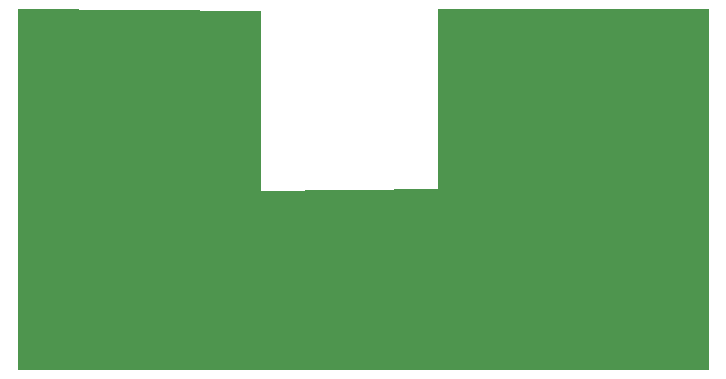
<source format=gm1>
%TF.GenerationSoftware,KiCad,Pcbnew,7.0.5*%
%TF.CreationDate,2024-01-18T15:15:25+01:00*%
%TF.ProjectId,vladislav,766c6164-6973-46c6-9176-2e6b69636164,rev?*%
%TF.SameCoordinates,Original*%
%TF.FileFunction,Profile,NP*%
%FSLAX46Y46*%
G04 Gerber Fmt 4.6, Leading zero omitted, Abs format (unit mm)*
G04 Created by KiCad (PCBNEW 7.0.5) date 2024-01-18 15:15:25*
%MOMM*%
%LPD*%
G01*
G04 APERTURE LIST*
%TA.AperFunction,Profile*%
%ADD10C,0.100000*%
%TD*%
G04 APERTURE END LIST*
D10*
X157480000Y-76200000D02*
X99060000Y-76200000D01*
X99060000Y-45720000D01*
X119520000Y-45820000D01*
X119520000Y-61060000D01*
X134620000Y-60960000D01*
X134620000Y-45720000D01*
X157480000Y-45720000D01*
X157480000Y-76200000D01*
G36*
X157423039Y-45739685D02*
G01*
X157468794Y-45792489D01*
X157480000Y-45844000D01*
X157480000Y-76076000D01*
X157460315Y-76143039D01*
X157407511Y-76188794D01*
X157356000Y-76200000D01*
X99184000Y-76200000D01*
X99116961Y-76180315D01*
X99071206Y-76127511D01*
X99060000Y-76076000D01*
X99060000Y-45844608D01*
X99079685Y-45777569D01*
X99132489Y-45731814D01*
X99184606Y-45720609D01*
X119396606Y-45819396D01*
X119463549Y-45839408D01*
X119509045Y-45892435D01*
X119520000Y-45943395D01*
X119520000Y-61060000D01*
X134619999Y-60960000D01*
X134620000Y-60960000D01*
X134620000Y-45844000D01*
X134639685Y-45776961D01*
X134692489Y-45731206D01*
X134744000Y-45720000D01*
X157356000Y-45720000D01*
X157423039Y-45739685D01*
G37*
M02*

</source>
